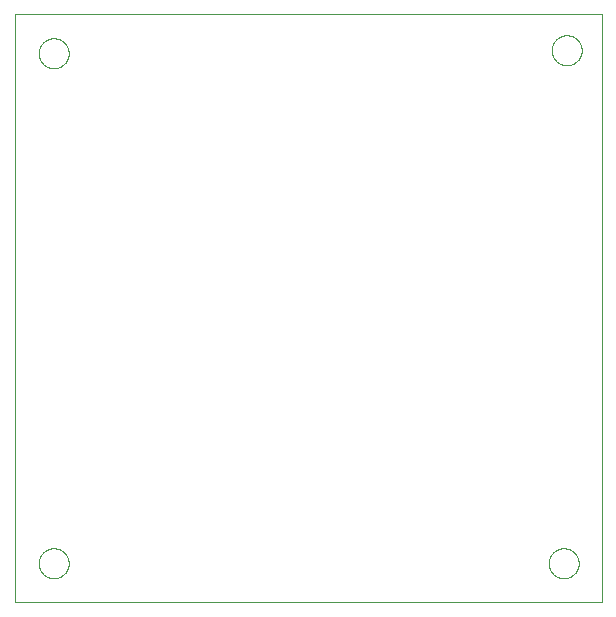
<source format=gbp>
G75*
%MOIN*%
%OFA0B0*%
%FSLAX25Y25*%
%IPPOS*%
%LPD*%
%AMOC8*
5,1,8,0,0,1.08239X$1,22.5*
%
%ADD10C,0.00000*%
D10*
X0003000Y0003000D02*
X0003000Y0198961D01*
X0198701Y0198961D01*
X0198701Y0003000D01*
X0003000Y0003000D01*
X0011000Y0016000D02*
X0011002Y0016141D01*
X0011008Y0016282D01*
X0011018Y0016422D01*
X0011032Y0016562D01*
X0011050Y0016702D01*
X0011071Y0016841D01*
X0011097Y0016980D01*
X0011126Y0017118D01*
X0011160Y0017254D01*
X0011197Y0017390D01*
X0011238Y0017525D01*
X0011283Y0017659D01*
X0011332Y0017791D01*
X0011384Y0017922D01*
X0011440Y0018051D01*
X0011500Y0018178D01*
X0011563Y0018304D01*
X0011629Y0018428D01*
X0011700Y0018551D01*
X0011773Y0018671D01*
X0011850Y0018789D01*
X0011930Y0018905D01*
X0012014Y0019018D01*
X0012100Y0019129D01*
X0012190Y0019238D01*
X0012283Y0019344D01*
X0012378Y0019447D01*
X0012477Y0019548D01*
X0012578Y0019646D01*
X0012682Y0019741D01*
X0012789Y0019833D01*
X0012898Y0019922D01*
X0013010Y0020007D01*
X0013124Y0020090D01*
X0013240Y0020170D01*
X0013359Y0020246D01*
X0013480Y0020318D01*
X0013602Y0020388D01*
X0013727Y0020453D01*
X0013853Y0020516D01*
X0013981Y0020574D01*
X0014111Y0020629D01*
X0014242Y0020681D01*
X0014375Y0020728D01*
X0014509Y0020772D01*
X0014644Y0020813D01*
X0014780Y0020849D01*
X0014917Y0020881D01*
X0015055Y0020910D01*
X0015193Y0020935D01*
X0015333Y0020955D01*
X0015473Y0020972D01*
X0015613Y0020985D01*
X0015754Y0020994D01*
X0015894Y0020999D01*
X0016035Y0021000D01*
X0016176Y0020997D01*
X0016317Y0020990D01*
X0016457Y0020979D01*
X0016597Y0020964D01*
X0016737Y0020945D01*
X0016876Y0020923D01*
X0017014Y0020896D01*
X0017152Y0020866D01*
X0017288Y0020831D01*
X0017424Y0020793D01*
X0017558Y0020751D01*
X0017692Y0020705D01*
X0017824Y0020656D01*
X0017954Y0020602D01*
X0018083Y0020545D01*
X0018210Y0020485D01*
X0018336Y0020421D01*
X0018459Y0020353D01*
X0018581Y0020282D01*
X0018701Y0020208D01*
X0018818Y0020130D01*
X0018933Y0020049D01*
X0019046Y0019965D01*
X0019157Y0019878D01*
X0019265Y0019787D01*
X0019370Y0019694D01*
X0019473Y0019597D01*
X0019573Y0019498D01*
X0019670Y0019396D01*
X0019764Y0019291D01*
X0019855Y0019184D01*
X0019943Y0019074D01*
X0020028Y0018962D01*
X0020110Y0018847D01*
X0020189Y0018730D01*
X0020264Y0018611D01*
X0020336Y0018490D01*
X0020404Y0018367D01*
X0020469Y0018242D01*
X0020531Y0018115D01*
X0020588Y0017986D01*
X0020643Y0017856D01*
X0020693Y0017725D01*
X0020740Y0017592D01*
X0020783Y0017458D01*
X0020822Y0017322D01*
X0020857Y0017186D01*
X0020889Y0017049D01*
X0020916Y0016911D01*
X0020940Y0016772D01*
X0020960Y0016632D01*
X0020976Y0016492D01*
X0020988Y0016352D01*
X0020996Y0016211D01*
X0021000Y0016070D01*
X0021000Y0015930D01*
X0020996Y0015789D01*
X0020988Y0015648D01*
X0020976Y0015508D01*
X0020960Y0015368D01*
X0020940Y0015228D01*
X0020916Y0015089D01*
X0020889Y0014951D01*
X0020857Y0014814D01*
X0020822Y0014678D01*
X0020783Y0014542D01*
X0020740Y0014408D01*
X0020693Y0014275D01*
X0020643Y0014144D01*
X0020588Y0014014D01*
X0020531Y0013885D01*
X0020469Y0013758D01*
X0020404Y0013633D01*
X0020336Y0013510D01*
X0020264Y0013389D01*
X0020189Y0013270D01*
X0020110Y0013153D01*
X0020028Y0013038D01*
X0019943Y0012926D01*
X0019855Y0012816D01*
X0019764Y0012709D01*
X0019670Y0012604D01*
X0019573Y0012502D01*
X0019473Y0012403D01*
X0019370Y0012306D01*
X0019265Y0012213D01*
X0019157Y0012122D01*
X0019046Y0012035D01*
X0018933Y0011951D01*
X0018818Y0011870D01*
X0018701Y0011792D01*
X0018581Y0011718D01*
X0018459Y0011647D01*
X0018336Y0011579D01*
X0018210Y0011515D01*
X0018083Y0011455D01*
X0017954Y0011398D01*
X0017824Y0011344D01*
X0017692Y0011295D01*
X0017558Y0011249D01*
X0017424Y0011207D01*
X0017288Y0011169D01*
X0017152Y0011134D01*
X0017014Y0011104D01*
X0016876Y0011077D01*
X0016737Y0011055D01*
X0016597Y0011036D01*
X0016457Y0011021D01*
X0016317Y0011010D01*
X0016176Y0011003D01*
X0016035Y0011000D01*
X0015894Y0011001D01*
X0015754Y0011006D01*
X0015613Y0011015D01*
X0015473Y0011028D01*
X0015333Y0011045D01*
X0015193Y0011065D01*
X0015055Y0011090D01*
X0014917Y0011119D01*
X0014780Y0011151D01*
X0014644Y0011187D01*
X0014509Y0011228D01*
X0014375Y0011272D01*
X0014242Y0011319D01*
X0014111Y0011371D01*
X0013981Y0011426D01*
X0013853Y0011484D01*
X0013727Y0011547D01*
X0013602Y0011612D01*
X0013480Y0011682D01*
X0013359Y0011754D01*
X0013240Y0011830D01*
X0013124Y0011910D01*
X0013010Y0011993D01*
X0012898Y0012078D01*
X0012789Y0012167D01*
X0012682Y0012259D01*
X0012578Y0012354D01*
X0012477Y0012452D01*
X0012378Y0012553D01*
X0012283Y0012656D01*
X0012190Y0012762D01*
X0012100Y0012871D01*
X0012014Y0012982D01*
X0011930Y0013095D01*
X0011850Y0013211D01*
X0011773Y0013329D01*
X0011700Y0013449D01*
X0011629Y0013572D01*
X0011563Y0013696D01*
X0011500Y0013822D01*
X0011440Y0013949D01*
X0011384Y0014078D01*
X0011332Y0014209D01*
X0011283Y0014341D01*
X0011238Y0014475D01*
X0011197Y0014610D01*
X0011160Y0014746D01*
X0011126Y0014882D01*
X0011097Y0015020D01*
X0011071Y0015159D01*
X0011050Y0015298D01*
X0011032Y0015438D01*
X0011018Y0015578D01*
X0011008Y0015718D01*
X0011002Y0015859D01*
X0011000Y0016000D01*
X0011000Y0186000D02*
X0011002Y0186141D01*
X0011008Y0186282D01*
X0011018Y0186422D01*
X0011032Y0186562D01*
X0011050Y0186702D01*
X0011071Y0186841D01*
X0011097Y0186980D01*
X0011126Y0187118D01*
X0011160Y0187254D01*
X0011197Y0187390D01*
X0011238Y0187525D01*
X0011283Y0187659D01*
X0011332Y0187791D01*
X0011384Y0187922D01*
X0011440Y0188051D01*
X0011500Y0188178D01*
X0011563Y0188304D01*
X0011629Y0188428D01*
X0011700Y0188551D01*
X0011773Y0188671D01*
X0011850Y0188789D01*
X0011930Y0188905D01*
X0012014Y0189018D01*
X0012100Y0189129D01*
X0012190Y0189238D01*
X0012283Y0189344D01*
X0012378Y0189447D01*
X0012477Y0189548D01*
X0012578Y0189646D01*
X0012682Y0189741D01*
X0012789Y0189833D01*
X0012898Y0189922D01*
X0013010Y0190007D01*
X0013124Y0190090D01*
X0013240Y0190170D01*
X0013359Y0190246D01*
X0013480Y0190318D01*
X0013602Y0190388D01*
X0013727Y0190453D01*
X0013853Y0190516D01*
X0013981Y0190574D01*
X0014111Y0190629D01*
X0014242Y0190681D01*
X0014375Y0190728D01*
X0014509Y0190772D01*
X0014644Y0190813D01*
X0014780Y0190849D01*
X0014917Y0190881D01*
X0015055Y0190910D01*
X0015193Y0190935D01*
X0015333Y0190955D01*
X0015473Y0190972D01*
X0015613Y0190985D01*
X0015754Y0190994D01*
X0015894Y0190999D01*
X0016035Y0191000D01*
X0016176Y0190997D01*
X0016317Y0190990D01*
X0016457Y0190979D01*
X0016597Y0190964D01*
X0016737Y0190945D01*
X0016876Y0190923D01*
X0017014Y0190896D01*
X0017152Y0190866D01*
X0017288Y0190831D01*
X0017424Y0190793D01*
X0017558Y0190751D01*
X0017692Y0190705D01*
X0017824Y0190656D01*
X0017954Y0190602D01*
X0018083Y0190545D01*
X0018210Y0190485D01*
X0018336Y0190421D01*
X0018459Y0190353D01*
X0018581Y0190282D01*
X0018701Y0190208D01*
X0018818Y0190130D01*
X0018933Y0190049D01*
X0019046Y0189965D01*
X0019157Y0189878D01*
X0019265Y0189787D01*
X0019370Y0189694D01*
X0019473Y0189597D01*
X0019573Y0189498D01*
X0019670Y0189396D01*
X0019764Y0189291D01*
X0019855Y0189184D01*
X0019943Y0189074D01*
X0020028Y0188962D01*
X0020110Y0188847D01*
X0020189Y0188730D01*
X0020264Y0188611D01*
X0020336Y0188490D01*
X0020404Y0188367D01*
X0020469Y0188242D01*
X0020531Y0188115D01*
X0020588Y0187986D01*
X0020643Y0187856D01*
X0020693Y0187725D01*
X0020740Y0187592D01*
X0020783Y0187458D01*
X0020822Y0187322D01*
X0020857Y0187186D01*
X0020889Y0187049D01*
X0020916Y0186911D01*
X0020940Y0186772D01*
X0020960Y0186632D01*
X0020976Y0186492D01*
X0020988Y0186352D01*
X0020996Y0186211D01*
X0021000Y0186070D01*
X0021000Y0185930D01*
X0020996Y0185789D01*
X0020988Y0185648D01*
X0020976Y0185508D01*
X0020960Y0185368D01*
X0020940Y0185228D01*
X0020916Y0185089D01*
X0020889Y0184951D01*
X0020857Y0184814D01*
X0020822Y0184678D01*
X0020783Y0184542D01*
X0020740Y0184408D01*
X0020693Y0184275D01*
X0020643Y0184144D01*
X0020588Y0184014D01*
X0020531Y0183885D01*
X0020469Y0183758D01*
X0020404Y0183633D01*
X0020336Y0183510D01*
X0020264Y0183389D01*
X0020189Y0183270D01*
X0020110Y0183153D01*
X0020028Y0183038D01*
X0019943Y0182926D01*
X0019855Y0182816D01*
X0019764Y0182709D01*
X0019670Y0182604D01*
X0019573Y0182502D01*
X0019473Y0182403D01*
X0019370Y0182306D01*
X0019265Y0182213D01*
X0019157Y0182122D01*
X0019046Y0182035D01*
X0018933Y0181951D01*
X0018818Y0181870D01*
X0018701Y0181792D01*
X0018581Y0181718D01*
X0018459Y0181647D01*
X0018336Y0181579D01*
X0018210Y0181515D01*
X0018083Y0181455D01*
X0017954Y0181398D01*
X0017824Y0181344D01*
X0017692Y0181295D01*
X0017558Y0181249D01*
X0017424Y0181207D01*
X0017288Y0181169D01*
X0017152Y0181134D01*
X0017014Y0181104D01*
X0016876Y0181077D01*
X0016737Y0181055D01*
X0016597Y0181036D01*
X0016457Y0181021D01*
X0016317Y0181010D01*
X0016176Y0181003D01*
X0016035Y0181000D01*
X0015894Y0181001D01*
X0015754Y0181006D01*
X0015613Y0181015D01*
X0015473Y0181028D01*
X0015333Y0181045D01*
X0015193Y0181065D01*
X0015055Y0181090D01*
X0014917Y0181119D01*
X0014780Y0181151D01*
X0014644Y0181187D01*
X0014509Y0181228D01*
X0014375Y0181272D01*
X0014242Y0181319D01*
X0014111Y0181371D01*
X0013981Y0181426D01*
X0013853Y0181484D01*
X0013727Y0181547D01*
X0013602Y0181612D01*
X0013480Y0181682D01*
X0013359Y0181754D01*
X0013240Y0181830D01*
X0013124Y0181910D01*
X0013010Y0181993D01*
X0012898Y0182078D01*
X0012789Y0182167D01*
X0012682Y0182259D01*
X0012578Y0182354D01*
X0012477Y0182452D01*
X0012378Y0182553D01*
X0012283Y0182656D01*
X0012190Y0182762D01*
X0012100Y0182871D01*
X0012014Y0182982D01*
X0011930Y0183095D01*
X0011850Y0183211D01*
X0011773Y0183329D01*
X0011700Y0183449D01*
X0011629Y0183572D01*
X0011563Y0183696D01*
X0011500Y0183822D01*
X0011440Y0183949D01*
X0011384Y0184078D01*
X0011332Y0184209D01*
X0011283Y0184341D01*
X0011238Y0184475D01*
X0011197Y0184610D01*
X0011160Y0184746D01*
X0011126Y0184882D01*
X0011097Y0185020D01*
X0011071Y0185159D01*
X0011050Y0185298D01*
X0011032Y0185438D01*
X0011018Y0185578D01*
X0011008Y0185718D01*
X0011002Y0185859D01*
X0011000Y0186000D01*
X0182000Y0187000D02*
X0182002Y0187141D01*
X0182008Y0187282D01*
X0182018Y0187422D01*
X0182032Y0187562D01*
X0182050Y0187702D01*
X0182071Y0187841D01*
X0182097Y0187980D01*
X0182126Y0188118D01*
X0182160Y0188254D01*
X0182197Y0188390D01*
X0182238Y0188525D01*
X0182283Y0188659D01*
X0182332Y0188791D01*
X0182384Y0188922D01*
X0182440Y0189051D01*
X0182500Y0189178D01*
X0182563Y0189304D01*
X0182629Y0189428D01*
X0182700Y0189551D01*
X0182773Y0189671D01*
X0182850Y0189789D01*
X0182930Y0189905D01*
X0183014Y0190018D01*
X0183100Y0190129D01*
X0183190Y0190238D01*
X0183283Y0190344D01*
X0183378Y0190447D01*
X0183477Y0190548D01*
X0183578Y0190646D01*
X0183682Y0190741D01*
X0183789Y0190833D01*
X0183898Y0190922D01*
X0184010Y0191007D01*
X0184124Y0191090D01*
X0184240Y0191170D01*
X0184359Y0191246D01*
X0184480Y0191318D01*
X0184602Y0191388D01*
X0184727Y0191453D01*
X0184853Y0191516D01*
X0184981Y0191574D01*
X0185111Y0191629D01*
X0185242Y0191681D01*
X0185375Y0191728D01*
X0185509Y0191772D01*
X0185644Y0191813D01*
X0185780Y0191849D01*
X0185917Y0191881D01*
X0186055Y0191910D01*
X0186193Y0191935D01*
X0186333Y0191955D01*
X0186473Y0191972D01*
X0186613Y0191985D01*
X0186754Y0191994D01*
X0186894Y0191999D01*
X0187035Y0192000D01*
X0187176Y0191997D01*
X0187317Y0191990D01*
X0187457Y0191979D01*
X0187597Y0191964D01*
X0187737Y0191945D01*
X0187876Y0191923D01*
X0188014Y0191896D01*
X0188152Y0191866D01*
X0188288Y0191831D01*
X0188424Y0191793D01*
X0188558Y0191751D01*
X0188692Y0191705D01*
X0188824Y0191656D01*
X0188954Y0191602D01*
X0189083Y0191545D01*
X0189210Y0191485D01*
X0189336Y0191421D01*
X0189459Y0191353D01*
X0189581Y0191282D01*
X0189701Y0191208D01*
X0189818Y0191130D01*
X0189933Y0191049D01*
X0190046Y0190965D01*
X0190157Y0190878D01*
X0190265Y0190787D01*
X0190370Y0190694D01*
X0190473Y0190597D01*
X0190573Y0190498D01*
X0190670Y0190396D01*
X0190764Y0190291D01*
X0190855Y0190184D01*
X0190943Y0190074D01*
X0191028Y0189962D01*
X0191110Y0189847D01*
X0191189Y0189730D01*
X0191264Y0189611D01*
X0191336Y0189490D01*
X0191404Y0189367D01*
X0191469Y0189242D01*
X0191531Y0189115D01*
X0191588Y0188986D01*
X0191643Y0188856D01*
X0191693Y0188725D01*
X0191740Y0188592D01*
X0191783Y0188458D01*
X0191822Y0188322D01*
X0191857Y0188186D01*
X0191889Y0188049D01*
X0191916Y0187911D01*
X0191940Y0187772D01*
X0191960Y0187632D01*
X0191976Y0187492D01*
X0191988Y0187352D01*
X0191996Y0187211D01*
X0192000Y0187070D01*
X0192000Y0186930D01*
X0191996Y0186789D01*
X0191988Y0186648D01*
X0191976Y0186508D01*
X0191960Y0186368D01*
X0191940Y0186228D01*
X0191916Y0186089D01*
X0191889Y0185951D01*
X0191857Y0185814D01*
X0191822Y0185678D01*
X0191783Y0185542D01*
X0191740Y0185408D01*
X0191693Y0185275D01*
X0191643Y0185144D01*
X0191588Y0185014D01*
X0191531Y0184885D01*
X0191469Y0184758D01*
X0191404Y0184633D01*
X0191336Y0184510D01*
X0191264Y0184389D01*
X0191189Y0184270D01*
X0191110Y0184153D01*
X0191028Y0184038D01*
X0190943Y0183926D01*
X0190855Y0183816D01*
X0190764Y0183709D01*
X0190670Y0183604D01*
X0190573Y0183502D01*
X0190473Y0183403D01*
X0190370Y0183306D01*
X0190265Y0183213D01*
X0190157Y0183122D01*
X0190046Y0183035D01*
X0189933Y0182951D01*
X0189818Y0182870D01*
X0189701Y0182792D01*
X0189581Y0182718D01*
X0189459Y0182647D01*
X0189336Y0182579D01*
X0189210Y0182515D01*
X0189083Y0182455D01*
X0188954Y0182398D01*
X0188824Y0182344D01*
X0188692Y0182295D01*
X0188558Y0182249D01*
X0188424Y0182207D01*
X0188288Y0182169D01*
X0188152Y0182134D01*
X0188014Y0182104D01*
X0187876Y0182077D01*
X0187737Y0182055D01*
X0187597Y0182036D01*
X0187457Y0182021D01*
X0187317Y0182010D01*
X0187176Y0182003D01*
X0187035Y0182000D01*
X0186894Y0182001D01*
X0186754Y0182006D01*
X0186613Y0182015D01*
X0186473Y0182028D01*
X0186333Y0182045D01*
X0186193Y0182065D01*
X0186055Y0182090D01*
X0185917Y0182119D01*
X0185780Y0182151D01*
X0185644Y0182187D01*
X0185509Y0182228D01*
X0185375Y0182272D01*
X0185242Y0182319D01*
X0185111Y0182371D01*
X0184981Y0182426D01*
X0184853Y0182484D01*
X0184727Y0182547D01*
X0184602Y0182612D01*
X0184480Y0182682D01*
X0184359Y0182754D01*
X0184240Y0182830D01*
X0184124Y0182910D01*
X0184010Y0182993D01*
X0183898Y0183078D01*
X0183789Y0183167D01*
X0183682Y0183259D01*
X0183578Y0183354D01*
X0183477Y0183452D01*
X0183378Y0183553D01*
X0183283Y0183656D01*
X0183190Y0183762D01*
X0183100Y0183871D01*
X0183014Y0183982D01*
X0182930Y0184095D01*
X0182850Y0184211D01*
X0182773Y0184329D01*
X0182700Y0184449D01*
X0182629Y0184572D01*
X0182563Y0184696D01*
X0182500Y0184822D01*
X0182440Y0184949D01*
X0182384Y0185078D01*
X0182332Y0185209D01*
X0182283Y0185341D01*
X0182238Y0185475D01*
X0182197Y0185610D01*
X0182160Y0185746D01*
X0182126Y0185882D01*
X0182097Y0186020D01*
X0182071Y0186159D01*
X0182050Y0186298D01*
X0182032Y0186438D01*
X0182018Y0186578D01*
X0182008Y0186718D01*
X0182002Y0186859D01*
X0182000Y0187000D01*
X0181000Y0016000D02*
X0181002Y0016141D01*
X0181008Y0016282D01*
X0181018Y0016422D01*
X0181032Y0016562D01*
X0181050Y0016702D01*
X0181071Y0016841D01*
X0181097Y0016980D01*
X0181126Y0017118D01*
X0181160Y0017254D01*
X0181197Y0017390D01*
X0181238Y0017525D01*
X0181283Y0017659D01*
X0181332Y0017791D01*
X0181384Y0017922D01*
X0181440Y0018051D01*
X0181500Y0018178D01*
X0181563Y0018304D01*
X0181629Y0018428D01*
X0181700Y0018551D01*
X0181773Y0018671D01*
X0181850Y0018789D01*
X0181930Y0018905D01*
X0182014Y0019018D01*
X0182100Y0019129D01*
X0182190Y0019238D01*
X0182283Y0019344D01*
X0182378Y0019447D01*
X0182477Y0019548D01*
X0182578Y0019646D01*
X0182682Y0019741D01*
X0182789Y0019833D01*
X0182898Y0019922D01*
X0183010Y0020007D01*
X0183124Y0020090D01*
X0183240Y0020170D01*
X0183359Y0020246D01*
X0183480Y0020318D01*
X0183602Y0020388D01*
X0183727Y0020453D01*
X0183853Y0020516D01*
X0183981Y0020574D01*
X0184111Y0020629D01*
X0184242Y0020681D01*
X0184375Y0020728D01*
X0184509Y0020772D01*
X0184644Y0020813D01*
X0184780Y0020849D01*
X0184917Y0020881D01*
X0185055Y0020910D01*
X0185193Y0020935D01*
X0185333Y0020955D01*
X0185473Y0020972D01*
X0185613Y0020985D01*
X0185754Y0020994D01*
X0185894Y0020999D01*
X0186035Y0021000D01*
X0186176Y0020997D01*
X0186317Y0020990D01*
X0186457Y0020979D01*
X0186597Y0020964D01*
X0186737Y0020945D01*
X0186876Y0020923D01*
X0187014Y0020896D01*
X0187152Y0020866D01*
X0187288Y0020831D01*
X0187424Y0020793D01*
X0187558Y0020751D01*
X0187692Y0020705D01*
X0187824Y0020656D01*
X0187954Y0020602D01*
X0188083Y0020545D01*
X0188210Y0020485D01*
X0188336Y0020421D01*
X0188459Y0020353D01*
X0188581Y0020282D01*
X0188701Y0020208D01*
X0188818Y0020130D01*
X0188933Y0020049D01*
X0189046Y0019965D01*
X0189157Y0019878D01*
X0189265Y0019787D01*
X0189370Y0019694D01*
X0189473Y0019597D01*
X0189573Y0019498D01*
X0189670Y0019396D01*
X0189764Y0019291D01*
X0189855Y0019184D01*
X0189943Y0019074D01*
X0190028Y0018962D01*
X0190110Y0018847D01*
X0190189Y0018730D01*
X0190264Y0018611D01*
X0190336Y0018490D01*
X0190404Y0018367D01*
X0190469Y0018242D01*
X0190531Y0018115D01*
X0190588Y0017986D01*
X0190643Y0017856D01*
X0190693Y0017725D01*
X0190740Y0017592D01*
X0190783Y0017458D01*
X0190822Y0017322D01*
X0190857Y0017186D01*
X0190889Y0017049D01*
X0190916Y0016911D01*
X0190940Y0016772D01*
X0190960Y0016632D01*
X0190976Y0016492D01*
X0190988Y0016352D01*
X0190996Y0016211D01*
X0191000Y0016070D01*
X0191000Y0015930D01*
X0190996Y0015789D01*
X0190988Y0015648D01*
X0190976Y0015508D01*
X0190960Y0015368D01*
X0190940Y0015228D01*
X0190916Y0015089D01*
X0190889Y0014951D01*
X0190857Y0014814D01*
X0190822Y0014678D01*
X0190783Y0014542D01*
X0190740Y0014408D01*
X0190693Y0014275D01*
X0190643Y0014144D01*
X0190588Y0014014D01*
X0190531Y0013885D01*
X0190469Y0013758D01*
X0190404Y0013633D01*
X0190336Y0013510D01*
X0190264Y0013389D01*
X0190189Y0013270D01*
X0190110Y0013153D01*
X0190028Y0013038D01*
X0189943Y0012926D01*
X0189855Y0012816D01*
X0189764Y0012709D01*
X0189670Y0012604D01*
X0189573Y0012502D01*
X0189473Y0012403D01*
X0189370Y0012306D01*
X0189265Y0012213D01*
X0189157Y0012122D01*
X0189046Y0012035D01*
X0188933Y0011951D01*
X0188818Y0011870D01*
X0188701Y0011792D01*
X0188581Y0011718D01*
X0188459Y0011647D01*
X0188336Y0011579D01*
X0188210Y0011515D01*
X0188083Y0011455D01*
X0187954Y0011398D01*
X0187824Y0011344D01*
X0187692Y0011295D01*
X0187558Y0011249D01*
X0187424Y0011207D01*
X0187288Y0011169D01*
X0187152Y0011134D01*
X0187014Y0011104D01*
X0186876Y0011077D01*
X0186737Y0011055D01*
X0186597Y0011036D01*
X0186457Y0011021D01*
X0186317Y0011010D01*
X0186176Y0011003D01*
X0186035Y0011000D01*
X0185894Y0011001D01*
X0185754Y0011006D01*
X0185613Y0011015D01*
X0185473Y0011028D01*
X0185333Y0011045D01*
X0185193Y0011065D01*
X0185055Y0011090D01*
X0184917Y0011119D01*
X0184780Y0011151D01*
X0184644Y0011187D01*
X0184509Y0011228D01*
X0184375Y0011272D01*
X0184242Y0011319D01*
X0184111Y0011371D01*
X0183981Y0011426D01*
X0183853Y0011484D01*
X0183727Y0011547D01*
X0183602Y0011612D01*
X0183480Y0011682D01*
X0183359Y0011754D01*
X0183240Y0011830D01*
X0183124Y0011910D01*
X0183010Y0011993D01*
X0182898Y0012078D01*
X0182789Y0012167D01*
X0182682Y0012259D01*
X0182578Y0012354D01*
X0182477Y0012452D01*
X0182378Y0012553D01*
X0182283Y0012656D01*
X0182190Y0012762D01*
X0182100Y0012871D01*
X0182014Y0012982D01*
X0181930Y0013095D01*
X0181850Y0013211D01*
X0181773Y0013329D01*
X0181700Y0013449D01*
X0181629Y0013572D01*
X0181563Y0013696D01*
X0181500Y0013822D01*
X0181440Y0013949D01*
X0181384Y0014078D01*
X0181332Y0014209D01*
X0181283Y0014341D01*
X0181238Y0014475D01*
X0181197Y0014610D01*
X0181160Y0014746D01*
X0181126Y0014882D01*
X0181097Y0015020D01*
X0181071Y0015159D01*
X0181050Y0015298D01*
X0181032Y0015438D01*
X0181018Y0015578D01*
X0181008Y0015718D01*
X0181002Y0015859D01*
X0181000Y0016000D01*
M02*

</source>
